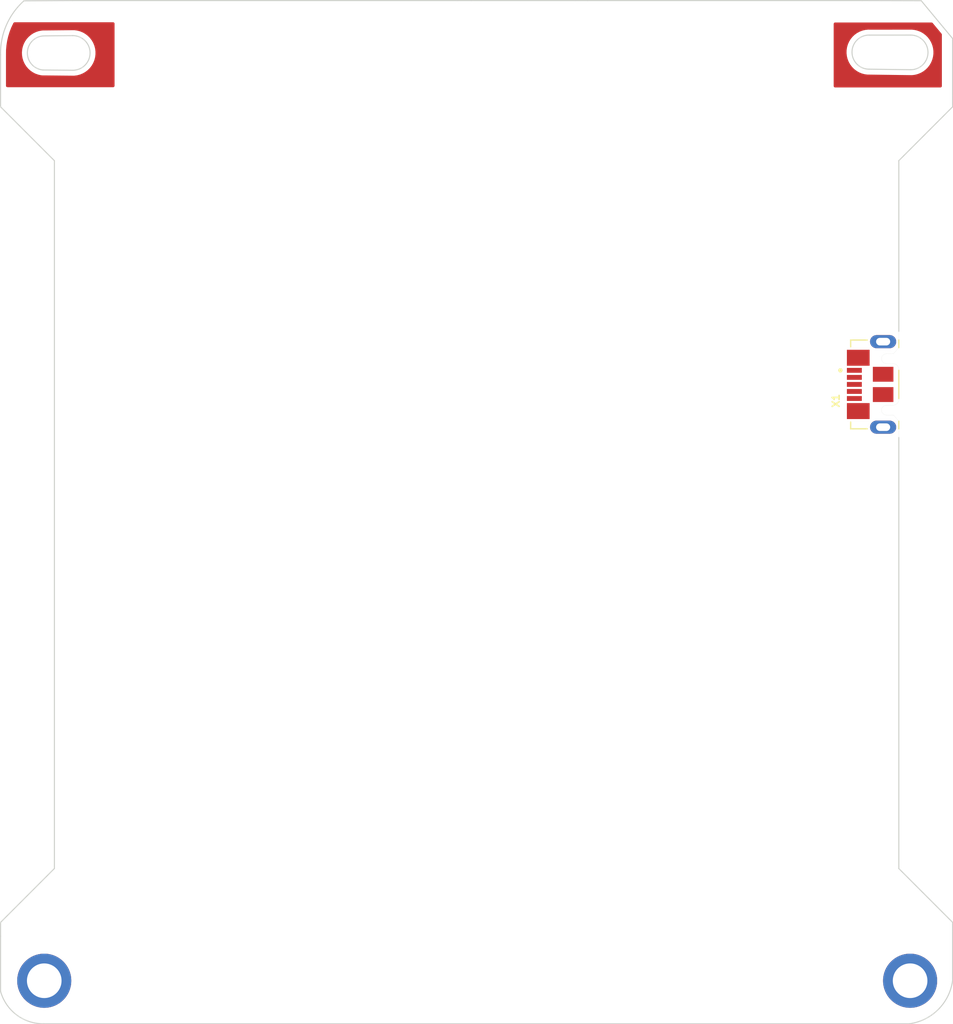
<source format=kicad_pcb>
(kicad_pcb (version 20240108) (generator "pcbnew") (generator_version "8.0")
  (layers (0 "F.Cu" signal) (31 "B.Cu" signal) (34 "B.Paste" user) (35 "F.Paste" user) (36 "B.SilkS" user "B.Silkscreen") (37 "F.SilkS" user "F.Silkscreen") (38 "B.Mask" user) (39 "F.Mask" user) (44 "Edge.Cuts" user))
  (net 0 "")
  (footprint "" (layer "F.Cu") (at 182.3394 145.475)
    (property "Reference" "" (at 0 0 0) (layer "F.SilkS") (effects (font (size 1.27 1.27))))
    (property "Value" "" (at 0 0 0) (layer "F.SilkS") (effects (font (size 1.27 1.27))))
    (pad "1" thru_hole circle (at 0 0) (size 5 5) (drill 3.2) (layers "*.Cu" "*.Mask"))
  )
  (footprint "" (layer "F.Cu") (at 102.306083 145.475)
    (property "Reference" "" (at 0 0 0) (layer "F.SilkS") (effects (font (size 1.27 1.27))))
    (property "Value" "" (at 0 0 0) (layer "F.SilkS") (effects (font (size 1.27 1.27))))
    (pad "1" thru_hole circle (at 0 0) (size 5 5) (drill 3.2) (layers "*.Cu" "*.Mask"))
  )
  (footprint "FC_DEV_BOARD:MOLEX_105164-0001" (layer "F.Cu") (at 181.295 90.395 90)
    (property "Reference" "X1" (at -1.508428 -5.808067 90) (layer "F.SilkS") (effects (font (size 0.640183 0.640183))))
    (property "Value" "USB_B_Micro")
    (fp_line (start 4.1 -4.45) (end 3.48 -4.45) (stroke (width 0.127)) (layer "F.SilkS"))
    (fp_line (start -4.1 -4.45) (end -3.48 -4.45) (stroke (width 0.127)) (layer "F.SilkS"))
    (fp_line (start 4.1 -2.92) (end 4.1 -4.45) (stroke (width 0.127)) (layer "F.SilkS"))
    (fp_line (start -4.1 -2.92) (end -4.1 -4.45) (stroke (width 0.127)) (layer "F.SilkS"))
    (fp_line (start 3.4 0) (end 4.1 0) (stroke (width 0.127)) (layer "F.SilkS"))
    (fp_line (start -1.3 0) (end 1.3 0) (stroke (width 0.127)) (layer "F.SilkS"))
    (fp_line (start -4.1 0) (end -3.4 0) (stroke (width 0.127)) (layer "F.SilkS"))
    (fp_circle (center 1.3 -5.4) (end 1.4 -5.4) (stroke (width 0.2)) (fill none) (layer "F.SilkS"))
    (fp_line (start 2.825 -1.15) (end 2.825 -0.5) (stroke (width 0.01)) (layer "Edge.Cuts"))
    (fp_line (start 1.925 -1.15) (end 1.925 -0.5) (stroke (width 0.01)) (layer "Edge.Cuts"))
    (fp_line (start -1.925 -1.15) (end -1.925 -0.5) (stroke (width 0.01)) (layer "Edge.Cuts"))
    (fp_line (start -2.825 -1.15) (end -2.825 -0.5) (stroke (width 0.01)) (layer "Edge.Cuts"))
    (fp_line (start 4.9 0) (end 3.4 0) (stroke (width 0.01)) (layer "Edge.Cuts"))
    (fp_line (start 3.4 0) (end 2.825 -0.5) (stroke (width 0.01)) (layer "Edge.Cuts"))
    (fp_line (start -3.4 0) (end -2.825 -0.5) (stroke (width 0.01)) (layer "Edge.Cuts"))
    (fp_line (start -4.9 0) (end -3.4 0) (stroke (width 0.01)) (layer "Edge.Cuts"))
    (fp_line (start 0.00053 0.004943) (end 1.3 0) (stroke (width 0.01)) (layer "Edge.Cuts"))
    (fp_line (start 0.00053 0.004943) (end -1.29947 0.004943) (stroke (width 0.01)) (layer "Edge.Cuts"))
    (fp_arc (start 1.925 -1.15) (mid 2.375 -1.6) (end 2.825 -1.15) (stroke (width 0.01)) (layer "Edge.Cuts"))
    (fp_arc (start -2.825 -1.15) (mid -2.375 -1.6) (end -1.925 -1.15) (stroke (width 0.01)) (layer "Edge.Cuts"))
    (fp_arc (start 1.925529 -0.504943) (mid 1.717412 -0.122833) (end 1.3 0) (stroke (width 0.01)) (layer "Edge.Cuts"))
    (fp_arc (start -1.29947 0.004943) (mid -1.716881 -0.117891) (end -1.924999 -0.5) (stroke (width 0.01)) (layer "Edge.Cuts"))
    (pad "1" smd rect (at 1.3 -4.11 180) (size 1.38 0.45) (layers "F.Cu" "F.Paste" "F.Mask"))
    (pad "2" smd rect (at 0.65 -4.11 180) (size 1.38 0.45) (layers "F.Cu" "F.Paste" "F.Mask"))
    (pad "3" smd rect (at 0 -4.11 180) (size 1.38 0.45) (layers "F.Cu" "F.Paste" "F.Mask"))
    (pad "4" smd rect (at -0.65 -4.11 180) (size 1.38 0.45) (layers "F.Cu" "F.Paste" "F.Mask"))
    (pad "5" smd rect (at -1.3 -4.11 180) (size 1.38 0.45) (layers "F.Cu" "F.Paste" "F.Mask"))
    (pad "SH1" thru_hole oval (at -3.95 -1.45 90) (size 1.208 2.416) (drill oval 0.7 1.3) (layers "*.Cu" "*.Mask"))
    (pad "SH2" smd rect (at -2.4625 -3.75 180) (size 2.1 1.475) (layers "F.Cu" "F.Paste" "F.Mask"))
    (pad "SH3" smd rect (at -0.9375 -1.45 180) (size 1.9 1.375) (layers "F.Cu" "F.Paste" "F.Mask"))
    (pad "SH4" smd rect (at 0.9375 -1.45 180) (size 1.9 1.375) (layers "F.Cu" "F.Paste" "F.Mask"))
    (pad "SH5" smd rect (at 2.4625 -3.75 180) (size 2.1 1.475) (layers "F.Cu" "F.Paste" "F.Mask"))
    (pad "SH6" thru_hole oval (at 3.95 -1.45 90) (size 1.208 2.416) (drill oval 0.7 1.3) (layers "*.Cu" "*.Mask"))
  )
  (gr_line (start 152.526362 54.938722) (end 151.3686 54.938722) (stroke (width 0.1)) (layer "Edge.Cuts"))
  (gr_line (start 98.2682 140.085) (end 103.245 135.1082) (stroke (width 0.1)) (layer "Edge.Cuts"))
  (gr_line (start 102.191164 61.353713) (end 104.941362 61.378722) (stroke (width 0.1)) (layer "Edge.Cuts"))
  (gr_line (start 102.241139 58.204506) (end 104.941362 58.178722) (stroke (width 0.1)) (layer "Edge.Cuts"))
  (gr_line (start 186.2682 140.085) (end 181.295 135.1118) (stroke (width 0.1)) (layer "Edge.Cuts"))
  (gr_line (start 98.2682 64.755) (end 98.2682 59.9494) (stroke (width 0.1)) (layer "Edge.Cuts"))
  (gr_line (start 141.8182 54.938722) (end 151.3686 54.938722) (stroke (width 0.1)) (layer "Edge.Cuts"))
  (gr_arc (start 178.541362 61.278722) (mid 176.966575 59.678731) (end 178.591337 58.129515) (stroke (width 0.1)) (layer "Edge.Cuts"))
  (gr_arc (start 104.941362 58.178722) (mid 106.541378 59.778722) (end 104.941362 61.378722) (stroke (width 0.1)) (layer "Edge.Cuts"))
  (gr_line (start 182.391362 58.128722) (end 178.591337 58.129515) (stroke (width 0.1)) (layer "Edge.Cuts"))
  (gr_line (start 178.541362 61.278722) (end 182.391362 61.328722) (stroke (width 0.1)) (layer "Edge.Cuts"))
  (gr_arc (start 102.2682 149.4494) (mid 99.755818 148.632576) (end 98.2682 146.4494) (stroke (width 0.1)) (layer "Edge.Cuts"))
  (gr_line (start 186.2682 63.720522) (end 186.2682 64.755) (stroke (width 0.1)) (layer "Edge.Cuts"))
  (gr_line (start 98.2682 146.4494) (end 98.2682 141.375) (stroke (width 0.1)) (layer "Edge.Cuts"))
  (gr_line (start 181.295 85.495) (end 181.295 69.7282) (stroke (width 0.1)) (layer "Edge.Cuts"))
  (gr_arc (start 186.2682 145.4494) (mid 184.944606 148.125806) (end 182.2682 149.4494) (stroke (width 0.1)) (layer "Edge.Cuts"))
  (gr_arc (start 98.2682 59.9494) (mid 98.803078 57.21948) (end 100.43172 54.964245) (stroke (width 0.1)) (layer "Edge.Cuts"))
  (gr_line (start 186.2682 140.907) (end 186.2682 140.085) (stroke (width 0.1)) (layer "Edge.Cuts"))
  (gr_line (start 186.2682 140.907) (end 186.2682 145.4494) (stroke (width 0.1)) (layer "Edge.Cuts"))
  (gr_line (start 186.2682 63.720522) (end 186.2682 58.4494) (stroke (width 0.1)) (layer "Edge.Cuts"))
  (gr_line (start 98.2682 64.755) (end 103.245 69.7318) (stroke (width 0.1)) (layer "Edge.Cuts"))
  (gr_line (start 186.2682 64.755) (end 181.295 69.7282) (stroke (width 0.1)) (layer "Edge.Cuts"))
  (gr_line (start 103.245 135.1082) (end 103.245 69.7318) (stroke (width 0.1)) (layer "Edge.Cuts"))
  (gr_line (start 181.295 95.295) (end 181.295 135.1118) (stroke (width 0.1)) (layer "Edge.Cuts"))
  (gr_line (start 152.526362 54.938722) (end 177.926362 54.938722) (stroke (width 0.1)) (layer "Edge.Cuts"))
  (gr_line (start 100.43172 54.964245) (end 104.901362 54.938722) (stroke (width 0.1)) (layer "Edge.Cuts"))
  (gr_arc (start 102.191164 61.353713) (mid 100.746876 59.755794) (end 102.241139 58.204506) (stroke (width 0.1)) (layer "Edge.Cuts"))
  (gr_line (start 140.461362 54.938722) (end 104.901362 54.938722) (stroke (width 0.1)) (layer "Edge.Cuts"))
  (gr_line (start 98.2682 141.375) (end 98.2682 140.085) (stroke (width 0.1)) (layer "Edge.Cuts"))
  (gr_line (start 140.461362 54.938722) (end 141.8182 54.938722) (stroke (width 0.1)) (layer "Edge.Cuts"))
  (gr_line (start 182.2682 149.4494) (end 102.2682 149.4494) (stroke (width 0.1)) (layer "Edge.Cuts"))
  (gr_line (start 183.366362 54.953722) (end 186.2682 58.4494) (stroke (width 0.1)) (layer "Edge.Cuts"))
  (gr_arc (start 182.391362 58.128722) (mid 183.991378 59.728722) (end 182.391362 61.328722) (stroke (width 0.1)) (layer "Edge.Cuts"))
  (gr_line (start 177.926362 54.938722) (end 183.366362 54.953722) (stroke (width 0.1)) (layer "Edge.Cuts"))
  (zone (net 0) (net_name "") (layer "F.Cu") (priority 2) (connect_pads (clearance 0.254)) (min_thickness 0.254) (fill yes (thermal_gap 0.508) (thermal_bridge_width 0.508))
    (polygon (pts (xy 108.805 62.945) (xy 98.305 62.945) (xy 98.305 56.945) (xy 108.805 56.945)))
  )
  (zone (net 0) (net_name "") (layer "F.Cu") (priority 2) (connect_pads (clearance 0.254)) (min_thickness 0.254) (fill yes (thermal_gap 0.508) (thermal_bridge_width 0.508))
    (polygon (pts (xy 185.275 62.9662) (xy 175.275 62.9662) (xy 175.275 56.9662) (xy 185.275 56.9662)))
  )
)
</source>
